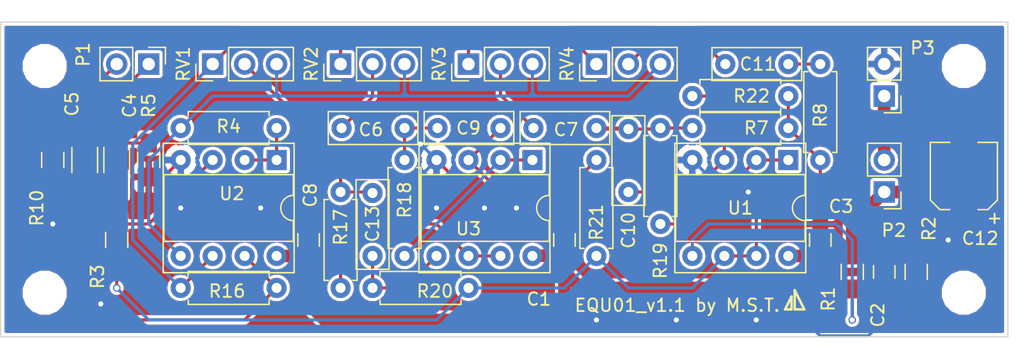
<source format=kicad_pcb>
(kicad_pcb (version 4) (host pcbnew 4.0.1-stable)
  (layers (0 F.Cu signal) (31 B.Cu signal) (34 B.Paste user) (35 F.Paste user) (36 B.SilkS user) (37 F.SilkS user) (38 B.Mask user) (39 F.Mask user) (44 Edge.Cuts user))
  (net 0 "")
  (net 1 VCC)
  (net 2 GND)
  (net 3 "Net-(C2-Pad2)")
  (net 4 "Net-(C4-Pad1)")
  (net 5 signal_input)
  (net 6 signal_output)
  (net 7 "Net-(C5-Pad2)")
  (net 8 "Net-(C6-Pad1)")
  (net 9 "Net-(C6-Pad2)")
  (net 10 "Net-(C10-Pad2)")
  (net 11 "Net-(C7-Pad2)")
  (net 12 "Net-(C9-Pad1)")
  (net 13 "Net-(C10-Pad1)")
  (net 14 "Net-(C11-Pad1)")
  (net 15 "Net-(C11-Pad2)")
  (net 16 "Net-(C13-Pad1)")
  (net 17 "Net-(C13-Pad2)")
  (net 18 V_bias)
  (net 19 "Net-(R4-Pad1)")
  (net 20 "Net-(R4-Pad2)")
  (net 21 "Net-(R17-Pad1)")
  (net 22 "Net-(R18-Pad1)")
  (net 23 "Net-(R19-Pad1)")
  (net 24 "Net-(R16-Pad2)")
  (net 25 "Net-(P2-Pad2)")
  (module Mounting_Holes:MountingHole_3mm (layer F.Cu) (at 176.5 53.5)
    (fp_text reference "" (at -0.097 -4.605) (layer F.SilkS))
    (fp_text value MountingHole_3mm)
    (pad 1 np_thru_hole circle (at 0 0) (size 3 3) (drill 3) (layers *.Cu *.Mask))
  )
  (module Mounting_Holes:MountingHole_3mm (layer F.Cu) (at 176.5 71.5)
    (fp_text reference "" (at 1.3 4.7) (layer F.SilkS))
    (fp_text value MountingHole_3mm)
    (pad 1 np_thru_hole circle (at 0 0) (size 3 3) (drill 3) (layers *.Cu *.Mask))
  )
  (module Mounting_Holes:MountingHole_3mm (layer F.Cu) (at 103.5 71.5)
    (fp_text reference "" (at -1.138 5.081) (layer F.SilkS))
    (fp_text value MountingHole_3mm)
    (pad 1 np_thru_hole circle (at 0 0) (size 3 3) (drill 3) (layers *.Cu *.Mask))
  )
  (module Resistors_SMD:R_0805_HandSoldering (layer F.Cu) (at 109.22 67.31 90)
    (fp_text reference R3 (at -2.921 -1.524 90) (layer F.SilkS))
    (fp_text value 100k)
    (pad 1 smd rect (at -1.35 0 90) (size 1.5 1.3) (layers F.Cu F.Paste F.Mask) (net 18 V_bias))
    (pad 2 smd rect (at 1.35 0 90) (size 1.5 1.3) (layers F.Cu F.Paste F.Mask) (net 4 "Net-(C4-Pad1)"))
  )
  (module Capacitors_SMD:C_0805_HandSoldering (layer F.Cu) (at 144.78 67.31 90)
    (fp_text reference C1 (at -4.699 -2.032 180) (layer F.SilkS))
    (fp_text value 0.1u)
    (pad 1 smd rect (at -1.25 0 90) (size 1.5 1.25) (layers F.Cu F.Paste F.Mask) (net 1 VCC))
    (pad 2 smd rect (at 1.25 0 90) (size 1.5 1.25) (layers F.Cu F.Paste F.Mask) (net 2 GND))
  )
  (module Capacitors_SMD:C_0805_HandSoldering (layer F.Cu) (at 170.18 69.85 270)
    (fp_text reference C2 (at 3.429 0.508 270) (layer F.SilkS))
    (fp_text value 0.1u)
    (pad 1 smd rect (at -1.25 0 270) (size 1.5 1.25) (layers F.Cu F.Paste F.Mask) (net 2 GND))
    (pad 2 smd rect (at 1.25 0 270) (size 1.5 1.25) (layers F.Cu F.Paste F.Mask) (net 3 "Net-(C2-Pad2)"))
  )
  (module Capacitors_SMD:C_0805_HandSoldering (layer F.Cu) (at 165.1 67.31 90)
    (fp_text reference C3 (at 2.667 1.651 360) (layer F.SilkS))
    (fp_text value 0.1u)
    (pad 1 smd rect (at -1.25 0 90) (size 1.5 1.25) (layers F.Cu F.Paste F.Mask) (net 1 VCC))
    (pad 2 smd rect (at 1.25 0 90) (size 1.5 1.25) (layers F.Cu F.Paste F.Mask) (net 2 GND))
  )
  (module Capacitors_SMD:C_1206_HandSoldering (layer F.Cu) (at 109.22 60.96 90)
    (fp_text reference C4 (at 4.318 1.016 90) (layer F.SilkS))
    (fp_text value 1u)
    (pad 1 smd rect (at -2 0 90) (size 2 1.6) (layers F.Cu F.Paste F.Mask) (net 4 "Net-(C4-Pad1)"))
    (pad 2 smd rect (at 2 0 90) (size 2 1.6) (layers F.Cu F.Paste F.Mask) (net 5 signal_input))
  )
  (module Capacitors_SMD:C_1206_HandSoldering (layer F.Cu) (at 106.68 60.96 270)
    (fp_text reference C5 (at -4.445 1.016 270) (layer F.SilkS))
    (fp_text value 1u)
    (pad 1 smd rect (at -2 0 270) (size 2 1.6) (layers F.Cu F.Paste F.Mask) (net 6 signal_output))
    (pad 2 smd rect (at 2 0 270) (size 2 1.6) (layers F.Cu F.Paste F.Mask) (net 7 "Net-(C5-Pad2)"))
  )
  (module Capacitors_ThroughHole:C_Rect_L7.0mm_W2.5mm_P5.00mm (layer F.Cu) (at 132.08 58.42 180)
    (fp_text reference C6 (at 2.667 -0.127 180) (layer F.SilkS))
    (fp_text value 22n)
    (pad 1 thru_hole circle (at 0 0 180) (size 1.6 1.6) (drill 0.8) (layers *.Cu *.Mask) (net 8 "Net-(C6-Pad1)"))
    (pad 2 thru_hole circle (at 5 0 180) (size 1.6 1.6) (drill 0.8) (layers *.Cu *.Mask) (net 9 "Net-(C6-Pad2)"))
  )
  (module Capacitors_ThroughHole:C_Rect_L7.0mm_W2.5mm_P5.00mm (layer F.Cu) (at 147.32 58.42 180)
    (fp_text reference C7 (at 2.413 -0.127 180) (layer F.SilkS))
    (fp_text value 10n)
    (pad 1 thru_hole circle (at 0 0 180) (size 1.6 1.6) (drill 0.8) (layers *.Cu *.Mask) (net 10 "Net-(C10-Pad2)"))
    (pad 2 thru_hole circle (at 5 0 180) (size 1.6 1.6) (drill 0.8) (layers *.Cu *.Mask) (net 11 "Net-(C7-Pad2)"))
  )
  (module Capacitors_SMD:C_0805_HandSoldering (layer F.Cu) (at 124.46 67.31 90)
    (fp_text reference C8 (at 3.556 0.127 90) (layer F.SilkS))
    (fp_text value 0.1u)
    (pad 1 smd rect (at -1.25 0 90) (size 1.5 1.25) (layers F.Cu F.Paste F.Mask) (net 1 VCC))
    (pad 2 smd rect (at 1.25 0 90) (size 1.5 1.25) (layers F.Cu F.Paste F.Mask) (net 2 GND))
  )
  (module Capacitors_ThroughHole:C_Rect_L7.0mm_W2.5mm_P5.00mm (layer F.Cu) (at 139.7 58.42 180)
    (fp_text reference C9 (at 2.54 0 180) (layer F.SilkS))
    (fp_text value 33n)
    (pad 1 thru_hole circle (at 0 0 180) (size 1.6 1.6) (drill 0.8) (layers *.Cu *.Mask) (net 12 "Net-(C9-Pad1)"))
    (pad 2 thru_hole circle (at 5 0 180) (size 1.6 1.6) (drill 0.8) (layers *.Cu *.Mask) (net 8 "Net-(C6-Pad1)"))
  )
  (module Capacitors_ThroughHole:C_Rect_L7.0mm_W2.5mm_P5.00mm (layer F.Cu) (at 149.86 63.5 90)
    (fp_text reference C10 (at -3.048 0 90) (layer F.SilkS))
    (fp_text value 2.2n)
    (pad 1 thru_hole circle (at 0 0 90) (size 1.6 1.6) (drill 0.8) (layers *.Cu *.Mask) (net 13 "Net-(C10-Pad1)"))
    (pad 2 thru_hole circle (at 5 0 90) (size 1.6 1.6) (drill 0.8) (layers *.Cu *.Mask) (net 10 "Net-(C10-Pad2)"))
  )
  (module Capacitors_ThroughHole:C_Rect_L7.0mm_W2.5mm_P5.00mm (layer F.Cu) (at 162.56 53.34 180)
    (fp_text reference C11 (at 2.413 0 180) (layer F.SilkS))
    (fp_text value NC)
    (pad 1 thru_hole circle (at 0 0 180) (size 1.6 1.6) (drill 0.8) (layers *.Cu *.Mask) (net 14 "Net-(C11-Pad1)"))
    (pad 2 thru_hole circle (at 5 0 180) (size 1.6 1.6) (drill 0.8) (layers *.Cu *.Mask) (net 15 "Net-(C11-Pad2)"))
  )
  (module Capacitors_ThroughHole:C_Rect_L7.0mm_W2.5mm_P5.00mm (layer F.Cu) (at 129.54 68.58 90)
    (fp_text reference C13 (at 2.54 0 90) (layer F.SilkS))
    (fp_text value 22n)
    (pad 1 thru_hole circle (at 0 0 90) (size 1.6 1.6) (drill 0.8) (layers *.Cu *.Mask) (net 16 "Net-(C13-Pad1)"))
    (pad 2 thru_hole circle (at 5 0 90) (size 1.6 1.6) (drill 0.8) (layers *.Cu *.Mask) (net 17 "Net-(C13-Pad2)"))
  )
  (module Resistors_SMD:R_0805_HandSoldering (layer F.Cu) (at 167.64 69.85 270)
    (fp_text reference R1 (at 2.159 1.905 270) (layer F.SilkS))
    (fp_text value 47k)
    (pad 1 smd rect (at -1.35 0 270) (size 1.5 1.3) (layers F.Cu F.Paste F.Mask) (net 1 VCC))
    (pad 2 smd rect (at 1.35 0 270) (size 1.5 1.3) (layers F.Cu F.Paste F.Mask) (net 3 "Net-(C2-Pad2)"))
  )
  (module Resistors_SMD:R_0805_HandSoldering (layer F.Cu) (at 172.72 69.85 90)
    (fp_text reference R2 (at 3.429 1.016 90) (layer F.SilkS))
    (fp_text value 47k)
    (pad 1 smd rect (at -1.35 0 90) (size 1.5 1.3) (layers F.Cu F.Paste F.Mask) (net 3 "Net-(C2-Pad2)"))
    (pad 2 smd rect (at 1.35 0 90) (size 1.5 1.3) (layers F.Cu F.Paste F.Mask) (net 2 GND))
  )
  (module Resistors_ThroughHole:R_Axial_DIN0207_L6.3mm_D2.5mm_P7.62mm_Horizontal (layer F.Cu) (at 114.3 58.42)
    (fp_text reference R4 (at 3.81 -0.127) (layer F.SilkS))
    (fp_text value 10k)
    (pad 1 thru_hole circle (at 0 0) (size 1.6 1.6) (drill 0.8) (layers *.Cu *.Mask) (net 19 "Net-(R4-Pad1)"))
    (pad 2 thru_hole oval (at 7.62 0) (size 1.6 1.6) (drill 0.8) (layers *.Cu *.Mask) (net 20 "Net-(R4-Pad2)"))
  )
  (module Resistors_SMD:R_0805_HandSoldering (layer F.Cu) (at 111.76 60.96 270)
    (fp_text reference R5 (at -4.318 0 270) (layer F.SilkS))
    (fp_text value 1M)
    (pad 1 smd rect (at -1.35 0 270) (size 1.5 1.3) (layers F.Cu F.Paste F.Mask) (net 5 signal_input))
    (pad 2 smd rect (at 1.35 0 270) (size 1.5 1.3) (layers F.Cu F.Paste F.Mask) (net 2 GND))
  )
  (module Resistors_ThroughHole:R_Axial_DIN0207_L6.3mm_D2.5mm_P7.62mm_Horizontal (layer F.Cu) (at 154.94 58.42)
    (fp_text reference R7 (at 5.08 0) (layer F.SilkS))
    (fp_text value 100k)
    (pad 1 thru_hole circle (at 0 0) (size 1.6 1.6) (drill 0.8) (layers *.Cu *.Mask) (net 10 "Net-(C10-Pad2)"))
    (pad 2 thru_hole oval (at 7.62 0) (size 1.6 1.6) (drill 0.8) (layers *.Cu *.Mask) (net 18 V_bias))
  )
  (module Resistors_ThroughHole:R_Axial_DIN0207_L6.3mm_D2.5mm_P7.62mm_Horizontal (layer F.Cu) (at 165.1 53.34 270)
    (fp_text reference R8 (at 4.064 0 270) (layer F.SilkS))
    (fp_text value NC)
    (pad 1 thru_hole circle (at 0 0 270) (size 1.6 1.6) (drill 0.8) (layers *.Cu *.Mask) (net 14 "Net-(C11-Pad1)"))
    (pad 2 thru_hole oval (at 7.62 0 270) (size 1.6 1.6) (drill 0.8) (layers *.Cu *.Mask) (net 18 V_bias))
  )
  (module Resistors_SMD:R_0805_HandSoldering (layer F.Cu) (at 104.14 60.96 270)
    (fp_text reference R10 (at 3.81 1.27 270) (layer F.SilkS))
    (fp_text value 1M)
    (pad 1 smd rect (at -1.35 0 270) (size 1.5 1.3) (layers F.Cu F.Paste F.Mask) (net 6 signal_output))
    (pad 2 smd rect (at 1.35 0 270) (size 1.5 1.3) (layers F.Cu F.Paste F.Mask) (net 2 GND))
  )
  (module Resistors_ThroughHole:R_Axial_DIN0207_L6.3mm_D2.5mm_P7.62mm_Horizontal (layer F.Cu) (at 121.92 71.12 180)
    (fp_text reference R16 (at 3.937 -0.254 180) (layer F.SilkS))
    (fp_text value 10k)
    (pad 1 thru_hole circle (at 0 0 180) (size 1.6 1.6) (drill 0.8) (layers *.Cu *.Mask) (net 7 "Net-(C5-Pad2)"))
    (pad 2 thru_hole oval (at 7.62 0 180) (size 1.6 1.6) (drill 0.8) (layers *.Cu *.Mask) (net 24 "Net-(R16-Pad2)"))
  )
  (module Resistors_ThroughHole:R_Axial_DIN0207_L6.3mm_D2.5mm_P7.62mm_Horizontal (layer F.Cu) (at 127 71.12 90)
    (fp_text reference R17 (at 4.826 0 90) (layer F.SilkS))
    (fp_text value 1k)
    (pad 1 thru_hole circle (at 0 0 90) (size 1.6 1.6) (drill 0.8) (layers *.Cu *.Mask) (net 21 "Net-(R17-Pad1)"))
    (pad 2 thru_hole oval (at 7.62 0 90) (size 1.6 1.6) (drill 0.8) (layers *.Cu *.Mask) (net 17 "Net-(C13-Pad2)"))
  )
  (module Resistors_ThroughHole:R_Axial_DIN0207_L6.3mm_D2.5mm_P7.62mm_Horizontal (layer F.Cu) (at 132.08 68.58 90)
    (fp_text reference R18 (at 4.445 0 90) (layer F.SilkS))
    (fp_text value 470)
    (pad 1 thru_hole circle (at 0 0 90) (size 1.6 1.6) (drill 0.8) (layers *.Cu *.Mask) (net 22 "Net-(R18-Pad1)"))
    (pad 2 thru_hole oval (at 7.62 0 90) (size 1.6 1.6) (drill 0.8) (layers *.Cu *.Mask) (net 8 "Net-(C6-Pad1)"))
  )
  (module Resistors_ThroughHole:R_Axial_DIN0207_L6.3mm_D2.5mm_P7.62mm_Horizontal (layer F.Cu) (at 152.4 66.04 90)
    (fp_text reference R19 (at -2.921 0 90) (layer F.SilkS))
    (fp_text value 1k)
    (pad 1 thru_hole circle (at 0 0 90) (size 1.6 1.6) (drill 0.8) (layers *.Cu *.Mask) (net 23 "Net-(R19-Pad1)"))
    (pad 2 thru_hole oval (at 7.62 0 90) (size 1.6 1.6) (drill 0.8) (layers *.Cu *.Mask) (net 10 "Net-(C10-Pad2)"))
  )
  (module Resistors_ThroughHole:R_Axial_DIN0207_L6.3mm_D2.5mm_P7.62mm_Horizontal (layer F.Cu) (at 129.54 71.12)
    (fp_text reference R20 (at 4.953 0.254) (layer F.SilkS))
    (fp_text value 200k)
    (pad 1 thru_hole circle (at 0 0) (size 1.6 1.6) (drill 0.8) (layers *.Cu *.Mask) (net 16 "Net-(C13-Pad1)"))
    (pad 2 thru_hole oval (at 7.62 0) (size 1.6 1.6) (drill 0.8) (layers *.Cu *.Mask) (net 18 V_bias))
  )
  (module Resistors_ThroughHole:R_Axial_DIN0207_L6.3mm_D2.5mm_P7.62mm_Horizontal (layer F.Cu) (at 147.32 60.96 270)
    (fp_text reference R21 (at 4.953 0 270) (layer F.SilkS))
    (fp_text value 200k)
    (pad 1 thru_hole circle (at 0 0 270) (size 1.6 1.6) (drill 0.8) (layers *.Cu *.Mask) (net 12 "Net-(C9-Pad1)"))
    (pad 2 thru_hole oval (at 7.62 0 270) (size 1.6 1.6) (drill 0.8) (layers *.Cu *.Mask) (net 18 V_bias))
  )
  (module Resistors_ThroughHole:R_Axial_DIN0207_L6.3mm_D2.5mm_P7.62mm_Horizontal (layer F.Cu) (at 154.94 55.88)
    (fp_text reference R22 (at 4.699 0) (layer F.SilkS))
    (fp_text value 10k)
    (pad 1 thru_hole circle (at 0 0) (size 1.6 1.6) (drill 0.8) (layers *.Cu *.Mask) (net 13 "Net-(C10-Pad1)"))
    (pad 2 thru_hole oval (at 7.62 0) (size 1.6 1.6) (drill 0.8) (layers *.Cu *.Mask) (net 18 V_bias))
  )
  (module Housings_DIP:DIP-8_W7.62mm_Socket (layer F.Cu) (at 162.56 60.96 270)
    (fp_text reference U1 (at 3.81 3.81 360) (layer F.SilkS))
    (fp_text value TL072)
    (pad 1 thru_hole rect (at 0 0 270) (size 1.6 1.6) (drill 0.8) (layers *.Cu *.Mask) (net 23 "Net-(R19-Pad1)"))
    (pad 5 thru_hole oval (at 7.62 7.62 270) (size 1.6 1.6) (drill 0.8) (layers *.Cu *.Mask) (net 3 "Net-(C2-Pad2)"))
    (pad 2 thru_hole oval (at 0 2.54 270) (size 1.6 1.6) (drill 0.8) (layers *.Cu *.Mask) (net 23 "Net-(R19-Pad1)"))
    (pad 6 thru_hole oval (at 7.62 5.08 270) (size 1.6 1.6) (drill 0.8) (layers *.Cu *.Mask) (net 18 V_bias))
    (pad 3 thru_hole oval (at 0 5.08 270) (size 1.6 1.6) (drill 0.8) (layers *.Cu *.Mask) (net 13 "Net-(C10-Pad1)"))
    (pad 7 thru_hole oval (at 7.62 2.54 270) (size 1.6 1.6) (drill 0.8) (layers *.Cu *.Mask) (net 18 V_bias))
    (pad 4 thru_hole oval (at 0 7.62 270) (size 1.6 1.6) (drill 0.8) (layers *.Cu *.Mask) (net 2 GND))
    (pad 8 thru_hole oval (at 7.62 0 270) (size 1.6 1.6) (drill 0.8) (layers *.Cu *.Mask) (net 1 VCC))
  )
  (module Housings_DIP:DIP-8_W7.62mm_Socket (layer F.Cu) (at 121.92 60.96 270)
    (fp_text reference U2 (at 2.667 3.556 360) (layer F.SilkS))
    (fp_text value TL072)
    (pad 1 thru_hole rect (at 0 0 270) (size 1.6 1.6) (drill 0.8) (layers *.Cu *.Mask) (net 20 "Net-(R4-Pad2)"))
    (pad 5 thru_hole oval (at 7.62 7.62 270) (size 1.6 1.6) (drill 0.8) (layers *.Cu *.Mask) (net 19 "Net-(R4-Pad1)"))
    (pad 2 thru_hole oval (at 0 2.54 270) (size 1.6 1.6) (drill 0.8) (layers *.Cu *.Mask) (net 20 "Net-(R4-Pad2)"))
    (pad 6 thru_hole oval (at 7.62 5.08 270) (size 1.6 1.6) (drill 0.8) (layers *.Cu *.Mask) (net 24 "Net-(R16-Pad2)"))
    (pad 3 thru_hole oval (at 0 5.08 270) (size 1.6 1.6) (drill 0.8) (layers *.Cu *.Mask) (net 4 "Net-(C4-Pad1)"))
    (pad 7 thru_hole oval (at 7.62 2.54 270) (size 1.6 1.6) (drill 0.8) (layers *.Cu *.Mask) (net 7 "Net-(C5-Pad2)"))
    (pad 4 thru_hole oval (at 0 7.62 270) (size 1.6 1.6) (drill 0.8) (layers *.Cu *.Mask) (net 2 GND))
    (pad 8 thru_hole oval (at 7.62 0 270) (size 1.6 1.6) (drill 0.8) (layers *.Cu *.Mask) (net 1 VCC))
  )
  (module Housings_DIP:DIP-8_W7.62mm_Socket (layer F.Cu) (at 142.24 60.96 270)
    (fp_text reference U3 (at 5.461 5.08 360) (layer F.SilkS))
    (fp_text value TL072)
    (pad 1 thru_hole rect (at 0 0 270) (size 1.6 1.6) (drill 0.8) (layers *.Cu *.Mask) (net 22 "Net-(R18-Pad1)"))
    (pad 5 thru_hole oval (at 7.62 7.62 270) (size 1.6 1.6) (drill 0.8) (layers *.Cu *.Mask) (net 16 "Net-(C13-Pad1)"))
    (pad 2 thru_hole oval (at 0 2.54 270) (size 1.6 1.6) (drill 0.8) (layers *.Cu *.Mask) (net 22 "Net-(R18-Pad1)"))
    (pad 6 thru_hole oval (at 7.62 5.08 270) (size 1.6 1.6) (drill 0.8) (layers *.Cu *.Mask) (net 21 "Net-(R17-Pad1)"))
    (pad 3 thru_hole oval (at 0 5.08 270) (size 1.6 1.6) (drill 0.8) (layers *.Cu *.Mask) (net 12 "Net-(C9-Pad1)"))
    (pad 7 thru_hole oval (at 7.62 2.54 270) (size 1.6 1.6) (drill 0.8) (layers *.Cu *.Mask) (net 21 "Net-(R17-Pad1)"))
    (pad 4 thru_hole oval (at 0 7.62 270) (size 1.6 1.6) (drill 0.8) (layers *.Cu *.Mask) (net 2 GND))
    (pad 8 thru_hole oval (at 7.62 0 270) (size 1.6 1.6) (drill 0.8) (layers *.Cu *.Mask) (net 1 VCC))
  )
  (module Pin_Headers:Pin_Header_Straight_1x02_Pitch2.54mm (layer F.Cu) (at 111.76 53.34 270)
    (fp_text reference P1 (at -0.762 5.207 270) (layer F.SilkS))
    (fp_text value CONN_01X02)
    (pad 1 thru_hole rect (at 0 0 270) (size 1.7 1.7) (drill 1) (layers *.Cu *.Mask) (net 5 signal_input))
    (pad 2 thru_hole oval (at 0 2.54 270) (size 1.7 1.7) (drill 1) (layers *.Cu *.Mask) (net 6 signal_output))
  )
  (module Pin_Headers:Pin_Header_Straight_1x02_Pitch2.54mm (layer F.Cu) (at 170.18 63.5 180)
    (fp_text reference P2 (at -0.762 -3.048 180) (layer F.SilkS))
    (fp_text value CONN_01X02)
    (pad 1 thru_hole rect (at 0 0 180) (size 1.7 1.7) (drill 1) (layers *.Cu *.Mask) (net 1 VCC))
    (pad 2 thru_hole oval (at 0 2.54 180) (size 1.7 1.7) (drill 1) (layers *.Cu *.Mask) (net 25 "Net-(P2-Pad2)"))
  )
  (module Pin_Headers:Pin_Header_Straight_1x02_Pitch2.54mm (layer F.Cu) (at 170.18 55.88 180)
    (fp_text reference P3 (at -3.048 3.81 180) (layer F.SilkS))
    (fp_text value CONN_01X02)
    (pad 1 thru_hole rect (at 0 0 180) (size 1.7 1.7) (drill 1) (layers *.Cu *.Mask) (net 25 "Net-(P2-Pad2)"))
    (pad 2 thru_hole oval (at 0 2.54 180) (size 1.7 1.7) (drill 1) (layers *.Cu *.Mask) (net 2 GND))
  )
  (module Pin_Headers:Pin_Header_Straight_1x03_Pitch2.54mm (layer F.Cu) (at 116.84 53.34 90)
    (fp_text reference RV1 (at 0 -2.33 90) (layer F.SilkS))
    (fp_text value 50k)
    (pad 1 thru_hole rect (at 0 0 90) (size 1.7 1.7) (drill 1) (layers *.Cu *.Mask) (net 24 "Net-(R16-Pad2)"))
    (pad 2 thru_hole oval (at 0 2.54 90) (size 1.7 1.7) (drill 1) (layers *.Cu *.Mask) (net 17 "Net-(C13-Pad2)"))
    (pad 3 thru_hole oval (at 0 5.08 90) (size 1.7 1.7) (drill 1) (layers *.Cu *.Mask) (net 19 "Net-(R4-Pad1)"))
  )
  (module Pin_Headers:Pin_Header_Straight_1x03_Pitch2.54mm (layer F.Cu) (at 127 53.34 90)
    (fp_text reference RV2 (at 0 -2.33 90) (layer F.SilkS))
    (fp_text value 50k)
    (pad 1 thru_hole rect (at 0 0 90) (size 1.7 1.7) (drill 1) (layers *.Cu *.Mask) (net 24 "Net-(R16-Pad2)"))
    (pad 2 thru_hole oval (at 0 2.54 90) (size 1.7 1.7) (drill 1) (layers *.Cu *.Mask) (net 9 "Net-(C6-Pad2)"))
    (pad 3 thru_hole oval (at 0 5.08 90) (size 1.7 1.7) (drill 1) (layers *.Cu *.Mask) (net 19 "Net-(R4-Pad1)"))
  )
  (module Pin_Headers:Pin_Header_Straight_1x03_Pitch2.54mm (layer F.Cu) (at 137.16 53.34 90)
    (fp_text reference RV3 (at 0 -2.33 90) (layer F.SilkS))
    (fp_text value 250k)
    (pad 1 thru_hole rect (at 0 0 90) (size 1.7 1.7) (drill 1) (layers *.Cu *.Mask) (net 24 "Net-(R16-Pad2)"))
    (pad 2 thru_hole oval (at 0 2.54 90) (size 1.7 1.7) (drill 1) (layers *.Cu *.Mask) (net 11 "Net-(C7-Pad2)"))
    (pad 3 thru_hole oval (at 0 5.08 90) (size 1.7 1.7) (drill 1) (layers *.Cu *.Mask) (net 19 "Net-(R4-Pad1)"))
  )
  (module Pin_Headers:Pin_Header_Straight_1x03_Pitch2.54mm (layer F.Cu) (at 147.32 53.34 90)
    (fp_text reference RV4 (at 0 -2.33 90) (layer F.SilkS))
    (fp_text value NC)
    (pad 1 thru_hole rect (at 0 0 90) (size 1.7 1.7) (drill 1) (layers *.Cu *.Mask) (net 24 "Net-(R16-Pad2)"))
    (pad 2 thru_hole oval (at 0 2.54 90) (size 1.7 1.7) (drill 1) (layers *.Cu *.Mask) (net 15 "Net-(C11-Pad2)"))
    (pad 3 thru_hole oval (at 0 5.08 90) (size 1.7 1.7) (drill 1) (layers *.Cu *.Mask) (net 19 "Net-(R4-Pad1)"))
  )
  (module Mounting_Holes:MountingHole_3mm (layer F.Cu) (at 103.5 53.5)
    (fp_text reference "" (at -0.376 -4.986) (layer F.SilkS))
    (fp_text value MountingHole_3mm)
    (pad 1 np_thru_hole circle (at 0 0) (size 3 3) (drill 3) (layers *.Cu *.Mask))
  )
  (module Capacitors_SMD:CP_Elec_5x5.3 (layer F.Cu) (at 176.53 62.23 90)
    (fp_text reference C12 (at -4.953 1.27 180) (layer F.SilkS))
    (fp_text value 10u)
    (fp_text user + (at -3.38 2.34 90) (layer F.SilkS))
    (pad 1 smd rect (at -2.2 0 270) (size 3 1.6) (layers F.Cu F.Paste F.Mask) (net 1 VCC))
    (pad 2 smd rect (at 2.2 0 270) (size 3 1.6) (layers F.Cu F.Paste F.Mask) (net 2 GND))
  )
  (gr_line (start 162.306 72.8218) (end 162.814 72.8218) (angle 90) (layer F.SilkS) (width 0.2))
  (gr_line (start 162.814 71.8058) (end 162.306 72.8218) (angle 90) (layer F.SilkS) (width 0.2))
  (gr_line (start 162.814 72.8218) (end 162.814 71.8058) (angle 90) (layer F.SilkS) (width 0.2))
  (gr_line (start 163.83 72.8218) (end 163.068 71.2978) (angle 90) (layer F.SilkS) (width 0.2))
  (gr_line (start 163.068 72.8218) (end 163.83 72.8218) (angle 90) (layer F.SilkS) (width 0.2))
  (gr_line (start 163.068 71.2978) (end 163.068 72.8218) (angle 90) (layer F.SilkS) (width 0.2))
  (gr_text "EQU01_v1.1 by M.S.T." (at 145.5 72.5) (layer F.SilkS) (effects (font (size 1 1)) (justify left)))
  (gr_line (start 100 75) (end 100 50) (angle 90) (layer Edge.Cuts) (width 0.1))
  (gr_line (start 180 75) (end 100 75) (angle 90) (layer Edge.Cuts) (width 0.1))
  (gr_line (start 180 50) (end 180 75) (angle 90) (layer Edge.Cuts) (width 0.1))
  (gr_line (start 100 50) (end 180 50) (angle 90) (layer Edge.Cuts) (width 0.1))
  (segment (start 172.72 63.5) (end 175.6 63.5) (width 1) (layer F.Cu) (net 1))
  (segment (start 175.6 63.5) (end 176.53 64.43) (width 1) (layer F.Cu) (net 1))
  (segment (start 170.18 63.5) (end 172.72 63.5) (width 1) (layer F.Cu) (net 1))
  (segment (start 172.72 63.5) (end 174.33 63.5) (width 1) (layer F.Cu) (net 1))
  (segment (start 167.64 68.5) (end 165.16 68.5) (width 1) (layer F.Cu) (net 1))
  (segment (start 165.16 68.5) (end 165.1 68.56) (width 1) (layer F.Cu) (net 1))
  (segment (start 170.18 63.5) (end 167.64 66.04) (width 1) (layer F.Cu) (net 1))
  (segment (start 167.64 66.04) (end 167.64 68.5) (width 1) (layer F.Cu) (net 1))
  (segment (start 146.05 71.12) (end 144.78 72.39) (width 1) (layer F.Cu) (net 1))
  (segment (start 144.78 69.85) (end 144.78 72.39) (width 1) (layer F.Cu) (net 1))
  (segment (start 124.46 72.39) (end 124.46 68.56) (width 1) (layer F.Cu) (net 1))
  (segment (start 144.78 72.39) (end 143.51 73.66) (width 1) (layer F.Cu) (net 1))
  (segment (start 143.51 73.66) (end 125.73 73.66) (width 1) (layer F.Cu) (net 1))
  (segment (start 125.73 73.66) (end 124.46 72.39) (width 1) (layer F.Cu) (net 1))
  (segment (start 124.46 68.56) (end 124.44 68.58) (width 1) (layer F.Cu) (net 1))
  (segment (start 124.44 68.58) (end 121.92 68.58) (width 1) (layer F.Cu) (net 1))
  (segment (start 144.78 68.56) (end 142.26 68.56) (width 1) (layer F.Cu) (net 1))
  (segment (start 142.26 68.56) (end 142.24 68.58) (width 1) (layer F.Cu) (net 1))
  (segment (start 165.1 68.56) (end 165.1 69.85) (width 1) (layer F.Cu) (net 1))
  (segment (start 144.78 69.85) (end 144.78 68.56) (width 1) (layer F.Cu) (net 1))
  (segment (start 146.05 71.12) (end 144.78 69.85) (width 1) (layer F.Cu) (net 1))
  (segment (start 163.83 71.12) (end 146.05 71.12) (width 1) (layer F.Cu) (net 1))
  (segment (start 165.1 69.85) (end 163.83 71.12) (width 1) (layer F.Cu) (net 1))
  (segment (start 165.12 68.58) (end 162.56 68.58) (width 1) (layer F.Cu) (net 1))
  (segment (start 170.18 53.34) (end 171.34 53.34) (width 0.25) (layer F.Cu) (net 2))
  (segment (start 172 55) (end 176.53 59.53) (width 0.25) (layer F.Cu) (net 2))
  (segment (start 172 54) (end 172 55) (width 0.25) (layer F.Cu) (net 2))
  (segment (start 171.34 53.34) (end 172 54) (width 0.25) (layer F.Cu) (net 2))
  (segment (start 176.53 59.53) (end 176.53 60.03) (width 0.25) (layer F.Cu) (net 2))
  (segment (start 172.72 68.5) (end 173.91 68.5) (width 0.25) (layer F.Cu) (net 2))
  (segment (start 177.8 67.31) (end 179.07 68.58) (width 0.25) (layer B.Cu) (net 2))
  (segment (start 179.07 68.58) (end 179.07 72.39) (width 0.25) (layer B.Cu) (net 2))
  (via (at 147.32 73.66) (size 0.6) (drill 0.4) (layers F.Cu B.Cu) (net 2))
  (segment (start 153.67 73.66) (end 147.32 73.66) (width 0.25) (layer B.Cu) (net 2))
  (via (at 153.67 73.66) (size 0.6) (drill 0.4) (layers F.Cu B.Cu) (net 2))
  (segment (start 160.02 73.66) (end 153.67 73.66) (width 0.25) (layer F.Cu) (net 2))
  (via (at 160.02 73.66) (size 0.6) (drill 0.4) (layers F.Cu B.Cu) (net 2))
  (segment (start 163.83 73.66) (end 160.02 73.66) (width 0.25) (layer B.Cu) (net 2))
  (segment (start 165.1 74.93) (end 163.83 73.66) (width 0.25) (layer B.Cu) (net 2))
  (segment (start 168.91 74.93) (end 165.1 74.93) (width 0.25) (layer B.Cu) (net 2))
  (segment (start 170.18 73.66) (end 168.91 74.93) (width 0.25) (layer B.Cu) (net 2))
  (segment (start 177.8 73.66) (end 170.18 73.66) (width 0.25) (layer B.Cu) (net 2))
  (segment (start 179.07 72.39) (end 177.8 73.66) (width 0.25) (layer B.Cu) (net 2))
  (via (at 175.26 67.31) (size 0.6) (drill 0.4) (layers F.Cu B.Cu) (net 2))
  (segment (start 175.26 67.31) (end 177.8 67.31) (width 0.25) (layer B.Cu) (net 2))
  (segment (start 175.1 67.31) (end 175.26 67.31) (width 0.25) (layer F.Cu) (net 2))
  (segment (start 173.91 68.5) (end 175.1 67.31) (width 0.25) (layer F.Cu) (net 2))
  (segment (start 114.554 63.5) (end 114.3 63.754) (width 0.25) (layer B.Cu) (net 2))
  (segment (start 114.554 63.5) (end 114.3 63.246) (width 0.25) (layer B.Cu) (net 2))
  (segment (start 134.62 60.96) (end 133.35 59.69) (width 0.25) (layer B.Cu) (net 2))
  (via (at 133.35 59.69) (size 0.6) (drill 0.4) (layers F.Cu B.Cu) (net 2))
  (via (at 159.385 63.5) (size 0.6) (drill 0.4) (layers F.Cu B.Cu) (net 2))
  (segment (start 135.89 62.23) (end 134.62 63.5) (width 0.25) (layer F.Cu) (net 2))
  (via (at 134.62 64.77) (size 0.6) (drill 0.4) (layers F.Cu B.Cu) (net 2))
  (segment (start 134.62 63.5) (end 134.62 64.77) (width 0.25) (layer F.Cu) (net 2))
  (via (at 138.43 64.77) (size 0.6) (drill 0.4) (layers F.Cu B.Cu) (net 2))
  (segment (start 139.7 66.04) (end 140.97 64.77) (width 0.25) (layer F.Cu) (net 2))
  (via (at 140.97 64.77) (size 0.6) (drill 0.4) (layers F.Cu B.Cu) (net 2))
  (segment (start 114.3 64.77) (end 120.65 64.77) (width 0.25) (layer B.Cu) (net 2))
  (via (at 120.65 64.77) (size 0.6) (drill 0.4) (layers F.Cu B.Cu) (net 2))
  (segment (start 111.76 62.31) (end 112.95 62.31) (width 0.25) (layer F.Cu) (net 2))
  (segment (start 112.95 62.31) (end 114.3 60.96) (width 0.25) (layer F.Cu) (net 2))
  (segment (start 114.3 64.77) (end 111.76 67.31) (width 0.25) (layer F.Cu) (net 2))
  (segment (start 104.14 66.04) (end 104.14 62.31) (width 0.25) (layer F.Cu) (net 2))
  (via (at 104.14 66.04) (size 0.6) (drill 0.4) (layers F.Cu B.Cu) (net 2))
  (segment (start 104.14 68.58) (end 104.14 66.04) (width 0.25) (layer B.Cu) (net 2))
  (segment (start 107.95 72.39) (end 104.14 68.58) (width 0.25) (layer B.Cu) (net 2))
  (via (at 107.95 72.39) (size 0.6) (drill 0.4) (layers F.Cu B.Cu) (net 2))
  (segment (start 111.76 72.39) (end 107.95 72.39) (width 0.25) (layer F.Cu) (net 2))
  (segment (start 111.76 67.31) (end 111.76 72.39) (width 0.25) (layer F.Cu) (net 2))
  (segment (start 154.94 60.96) (end 157.48 63.5) (width 0.25) (layer B.Cu) (net 2))
  (segment (start 168.91 53.34) (end 170.18 53.34) (width 0.25) (layer B.Cu) (net 2))
  (segment (start 167.64 54.61) (end 168.91 53.34) (width 0.25) (layer B.Cu) (net 2))
  (segment (start 167.64 62.23) (end 167.64 54.61) (width 0.25) (layer B.Cu) (net 2))
  (segment (start 166.37 63.5) (end 167.64 62.23) (width 0.25) (layer B.Cu) (net 2))
  (segment (start 157.48 63.5) (end 159.385 63.5) (width 0.25) (layer B.Cu) (net 2))
  (segment (start 159.385 63.5) (end 166.37 63.5) (width 0.25) (layer B.Cu) (net 2))
  (segment (start 154.94 60.96) (end 149.86 60.96) (width 0.25) (layer F.Cu) (net 2))
  (segment (start 149.86 60.96) (end 144.78 66.04) (width 0.25) (layer F.Cu) (net 2))
  (segment (start 144.78 66.04) (end 144.78 66.06) (width 0.25) (layer F.Cu) (net 2))
  (segment (start 134.62 60.96) (end 135.89 62.23) (width 0.25) (layer F.Cu) (net 2))
  (segment (start 135.89 62.23) (end 138.43 64.77) (width 0.25) (layer F.Cu) (net 2))
  (segment (start 138.43 64.77) (end 139.7 66.04) (width 0.25) (layer F.Cu) (net 2))
  (segment (start 139.7 66.04) (end 144.76 66.04) (width 0.25) (layer F.Cu) (net 2))
  (segment (start 144.76 66.04) (end 144.78 66.06) (width 0.25) (layer F.Cu) (net 2))
  (segment (start 134.62 60.96) (end 133.35 62.23) (width 0.25) (layer B.Cu) (net 2))
  (segment (start 115.57 63.5) (end 114.554 63.5) (width 0.25) (layer B.Cu) (net 2))
  (segment (start 114.554 63.5) (end 114.3 63.5) (width 0.25) (layer B.Cu) (net 2))
  (segment (start 116.84 62.23) (end 115.57 63.5) (width 0.25) (layer B.Cu) (net 2))
  (segment (start 133.35 62.23) (end 116.84 62.23) (width 0.25) (layer B.Cu) (net 2))
  (segment (start 114.3 60.96) (end 114.3 63.246) (width 0.25) (layer B.Cu) (net 2))
  (segment (start 114.3 63.246) (end 114.3 63.5) (width 0.25) (layer B.Cu) (net 2))
  (segment (start 114.3 63.5) (end 114.3 63.754) (width 0.25) (layer B.Cu) (net 2))
  (segment (start 114.3 63.754) (end 114.3 64.77) (width 0.25) (layer B.Cu) (net 2))
  (segment (start 123.19 64.77) (end 124.46 66.04) (width 0.25) (layer F.Cu) (net 2))
  (segment (start 120.65 64.77) (end 123.19 64.77) (width 0.25) (layer F.Cu) (net 2))
  (via (at 114.3 64.77) (size 0.6) (drill 0.4) (layers F.Cu B.Cu) (net 2))
  (segment (start 124.46 66.04) (end 124.46 66.06) (width 0.25) (layer F.Cu) (net 2))
  (segment (start 172.72 68.5) (end 170.28 68.5) (width 0.25) (layer F.Cu) (net 2))
  (segment (start 170.28 68.5) (end 170.18 68.6) (width 0.25) (layer F.Cu) (net 2))
  (segment (start 170.18 53.34) (end 168.91 53.34) (width 0.25) (layer F.Cu) (net 2))
  (segment (start 168.91 53.34) (end 167.64 54.61) (width 0.25) (layer F.Cu) (net 2))
  (segment (start 167.64 54.61) (end 167.64 62.23) (width 0.25) (layer F.Cu) (net 2))
  (segment (start 167.64 62.23) (end 165.1 64.77) (width 0.25) (layer F.Cu) (net 2))
  (segment (start 165.1 64.77) (end 165.1 66.06) (width 0.25) (layer F.Cu) (net 2))
  (segment (start 114.28 60.98) (end 114.3 60.96) (width 0.25) (layer F.Cu) (net 2))
  (via (at 167.64 73.66) (size 0.6) (drill 0.4) (layers F.Cu B.Cu) (net 3))
  (segment (start 154.94 67.31) (end 154.94 68.58) (width 0.25) (layer B.Cu) (net 3))
  (segment (start 167.64 73.66) (end 167.64 67.31) (width 0.25) (layer B.Cu) (net 3))
  (segment (start 167.64 67.31) (end 166.37 66.04) (width 0.25) (layer B.Cu) (net 3))
  (segment (start 166.37 66.04) (end 156.21 66.04) (width 0.25) (layer B.Cu) (net 3))
  (segment (start 156.21 66.04) (end 154.94 67.31) (width 0.25) (layer B.Cu) (net 3))
  (segment (start 167.64 71.2) (end 167.64 73.66) (width 0.25) (layer F.Cu) (net 3))
  (segment (start 170.18 71.1) (end 167.74 71.1) (width 0.25) (layer F.Cu) (net 3))
  (segment (start 167.74 71.1) (end 167.64 71.2) (width 0.25) (layer F.Cu) (net 3))
  (segment (start 172.72 71.2) (end 170.28 71.2) (width 0.25) (layer F.Cu) (net 3))
  (segment (start 170.28 71.2) (end 170.18 71.1) (width 0.25) (layer F.Cu) (net 3))
  (segment (start 116.84 60.96) (end 111.76 66.04) (width 0.25) (layer F.Cu) (net 4))
  (segment (start 111.76 66.04) (end 109.3 66.04) (width 0.25) (layer F.Cu) (net 4))
  (segment (start 109.3 66.04) (end 109.22 65.96) (width 0.25) (layer F.Cu) (net 4))
  (segment (start 109.22 62.96) (end 109.22 65.96) (width 0.25) (layer F.Cu) (net 4))
  (segment (start 109.38 63.12) (end 109.22 62.96) (width 0.25) (layer F.Cu) (net 4))
  (segment (start 109.95 62.23) (end 109.22 62.96) (width 0.25) (layer F.Cu) (net 4))
  (segment (start 111.76 53.34) (end 109.22 55.88) (width 0.25) (layer F.Cu) (net 5))
  (segment (start 109.22 55.88) (end 109.22 58.96) (width 0.25) (layer F.Cu) (net 5))
  (segment (start 111.76 59.61) (end 109.87 59.61) (width 0.25) (layer F.Cu) (net 5))
  (segment (start 109.87 59.61) (end 109.22 58.96) (width 0.25) (layer F.Cu) (net 5))
  (segment (start 109.22 53.34) (end 106.68 55.88) (width 0.25) (layer F.Cu) (net 6))
  (segment (start 106.68 55.88) (end 106.68 58.96) (width 0.25) (layer F.Cu) (net 6))
  (segment (start 106.68 58.96) (end 104.79 58.96) (width 0.25) (layer F.Cu) (net 6))
  (segment (start 104.79 58.96) (end 104.14 59.61) (width 0.25) (layer F.Cu) (net 6))
  (segment (start 121.92 71.12) (end 119.38 73.66) (width 0.25) (layer F.Cu) (net 7))
  (segment (start 106.68 72.39) (end 106.68 62.96) (width 0.25) (layer F.Cu) (net 7))
  (segment (start 107.95 73.66) (end 106.68 72.39) (width 0.25) (layer F.Cu) (net 7))
  (segment (start 109.22 73.66) (end 107.95 73.66) (width 0.25) (layer F.Cu) (net 7))
  (segment (start 119.38 73.66) (end 109.22 73.66) (width 0.25) (layer F.Cu) (net 7))
  (segment (start 121.92 71.12) (end 119.38 68.58) (width 0.25) (layer F.Cu) (net 7))
  (segment (start 134.7 58.42) (end 132.08 58.42) (width 0.25) (layer F.Cu) (net 8))
  (segment (start 132.08 58.42) (end 132.08 60.96) (width 0.25) (layer F.Cu) (net 8))
  (segment (start 129.54 53.34) (end 129.54 55.96) (width 0.25) (layer F.Cu) (net 9))
  (segment (start 129.54 55.96) (end 127.08 58.42) (width 0.25) (layer F.Cu) (net 9))
  (segment (start 147.32 58.42) (end 149.78 58.42) (width 0.25) (layer F.Cu) (net 10))
  (segment (start 149.78 58.42) (end 149.86 58.5) (width 0.25) (layer F.Cu) (net 10))
  (segment (start 154.94 58.42) (end 152.4 58.42) (width 0.25) (layer F.Cu) (net 10))
  (segment (start 152.4 58.42) (end 152.32 58.5) (width 0.25) (layer F.Cu) (net 10))
  (segment (start 152.32 58.5) (end 147.4 58.5) (width 0.25) (layer F.Cu) (net 10))
  (segment (start 147.4 58.5) (end 147.32 58.42) (width 0.25) (layer F.Cu) (net 10))
  (segment (start 139.7 53.34) (end 139.7 55.8) (width 0.25) (layer F.Cu) (net 11))
  (segment (start 139.7 55.8) (end 142.32 58.42) (width 0.25) (layer F.Cu) (net 11))
  (segment (start 142.24 58.34) (end 142.32 58.42) (width 0.25) (layer F.Cu) (net 11))
  (segment (start 147.32 60.96) (end 144.78 63.5) (width 0.25) (layer F.Cu) (net 12))
  (segment (start 139.7 63.5) (end 137.16 60.96) (width 0.25) (layer F.Cu) (net 12))
  (segment (start 144.78 63.5) (end 139.7 63.5) (width 0.25) (layer F.Cu) (net 12))
  (segment (start 137.16 60.96) (end 139.7 58.42) (width 0.25) (layer F.Cu) (net 12))
  (segment (start 157.48 60.96) (end 154.94 63.5) (width 0.25) (layer F.Cu) (net 13))
  (segment (start 154.94 63.5) (end 149.86 63.5) (width 0.25) (layer F.Cu) (net 13))
  (segment (start 154.94 55.88) (end 156.21 55.88) (width 0.25) (layer F.Cu) (net 13))
  (segment (start 157.48 57.15) (end 157.48 60.96) (width 0.25) (layer F.Cu) (net 13))
  (segment (start 156.21 55.88) (end 157.48 57.15) (width 0.25) (layer F.Cu) (net 13))
  (segment (start 162.56 53.34) (end 165.1 53.34) (width 0.25) (layer F.Cu) (net 14))
  (segment (start 149.86 53.34) (end 152.4 50.8) (width 0.25) (layer F.Cu) (net 15))
  (segment (start 154.94 50.8) (end 157.48 53.34) (width 0.25) (layer F.Cu) (net 15))
  (segment (start 152.4 50.8) (end 154.94 50.8) (width 0.25) (layer F.Cu) (net 15))
  (segment (start 157.48 53.34) (end 157.56 53.34) (width 0.25) (layer F.Cu) (net 15))
  (segment (start 134.62 68.58) (end 132.08 71.12) (width 0.25) (layer F.Cu) (net 16))
  (segment (start 132.08 71.12) (end 129.54 71.12) (width 0.25) (layer F.Cu) (net 16))
  (segment (start 129.54 71.12) (end 129.54 68.58) (width 0.25) (layer F.Cu) (net 16))
  (segment (start 119.38 53.34) (end 121.92 55.88) (width 0.25) (layer F.Cu) (net 17))
  (segment (start 127 60.96) (end 127 63.5) (width 0.25) (layer F.Cu) (net 17))
  (segment (start 121.92 55.88) (end 127 60.96) (width 0.25) (layer F.Cu) (net 17))
  (segment (start 127 63.5) (end 129.46 63.5) (width 0.25) (layer F.Cu) (net 17))
  (segment (start 129.46 63.5) (end 129.54 63.58) (width 0.25) (layer F.Cu) (net 17))
  (segment (start 109.22 68.66) (end 109.22 71.12) (width 0.25) (layer F.Cu) (net 18))
  (segment (start 134.62 73.66) (end 137.16 71.12) (width 0.25) (layer B.Cu) (net 18))
  (segment (start 111.76 73.66) (end 134.62 73.66) (width 0.25) (layer B.Cu) (net 18))
  (segment (start 109.22 71.12) (end 111.76 73.66) (width 0.25) (layer B.Cu) (net 18))
  (via (at 109.22 71.12) (size 0.6) (drill 0.4) (layers F.Cu B.Cu) (net 18))
  (segment (start 147.32 68.58) (end 144.78 71.12) (width 0.25) (layer B.Cu) (net 18))
  (segment (start 144.78 71.12) (end 137.16 71.12) (width 0.25) (layer B.Cu) (net 18))
  (segment (start 147.32 68.58) (end 149.86 71.12) (width 0.25) (layer B.Cu) (net 18))
  (segment (start 154.94 71.12) (end 157.48 68.58) (width 0.25) (layer B.Cu) (net 18))
  (segment (start 149.86 71.12) (end 154.94 71.12) (width 0.25) (layer B.Cu) (net 18))
  (segment (start 160.02 68.58) (end 157.48 68.58) (width 0.25) (layer F.Cu) (net 18))
  (segment (start 165.1 60.96) (end 165.1 62.23) (width 0.25) (layer F.Cu) (net 18))
  (segment (start 160.02 64.77) (end 160.02 68.58) (width 0.25) (layer F.Cu) (net 18))
  (segment (start 161.29 63.5) (end 160.02 64.77) (width 0.25) (layer F.Cu) (net 18))
  (segment (start 163.83 63.5) (end 161.29 63.5) (width 0.25) (layer F.Cu) (net 18))
  (segment (start 165.1 62.23) (end 163.83 63.5) (width 0.25) (layer F.Cu) (net 18))
  (segment (start 165.1 60.96) (end 162.56 58.42) (width 0.25) (layer F.Cu) (net 18))
  (segment (start 162.56 58.42) (end 162.56 55.88) (width 0.25) (layer F.Cu) (net 18))
  (segment (start 142.24 55.626) (end 141.986 55.88) (width 0.25) (layer B.Cu) (net 19))
  (segment (start 142.494 55.88) (end 142.24 55.626) (width 0.25) (layer B.Cu) (net 19))
  (segment (start 132.08 55.626) (end 131.826 55.88) (width 0.25) (layer B.Cu) (net 19))
  (segment (start 132.334 55.88) (end 132.08 55.626) (width 0.25) (layer B.Cu) (net 19))
  (segment (start 142.24 55.88) (end 141.986 55.88) (width 0.25) (layer B.Cu) (net 19))
  (segment (start 141.986 55.88) (end 132.334 55.88) (width 0.25) (layer B.Cu) (net 19))
  (segment (start 132.334 55.88) (end 132.08 55.88) (width 0.25) (layer B.Cu) (net 19))
  (segment (start 132.08 53.34) (end 132.08 55.626) (width 0.25) (layer B.Cu) (net 19))
  (segment (start 132.08 55.626) (end 132.08 55.88) (width 0.25) (layer B.Cu) (net 19))
  (segment (start 132.08 55.88) (end 131.826 55.88) (width 0.25) (layer B.Cu) (net 19))
  (segment (start 131.826 55.88) (end 122.174 55.88) (width 0.25) (layer B.Cu) (net 19))
  (segment (start 121.92 55.626) (end 121.666 55.88) (width 0.25) (layer B.Cu) (net 19))
  (segment (start 122.174 55.88) (end 121.92 55.626) (width 0.25) (layer B.Cu) (net 19))
  (segment (start 142.24 53.34) (end 142.24 55.626) (width 0.25) (layer B.Cu) (net 19))
  (segment (start 142.24 55.626) (end 142.24 55.88) (width 0.25) (layer B.Cu) (net 19))
  (segment (start 121.92 53.34) (end 121.92 55.626) (width 0.25) (layer B.Cu) (net 19))
  (segment (start 121.92 55.626) (end 121.92 55.88) (width 0.25) (layer B.Cu) (net 19))
  (segment (start 152.4 53.34) (end 149.86 55.88) (width 0.25) (layer B.Cu) (net 19))
  (segment (start 149.86 55.88) (end 142.494 55.88) (width 0.25) (layer B.Cu) (net 19))
  (segment (start 142.494 55.88) (end 142.24 55.88) (width 0.25) (layer B.Cu) (net 19))
  (segment (start 116.84 55.88) (end 114.3 58.42) (width 0.25) (layer B.Cu) (net 19))
  (segment (start 121.666 55.88) (end 116.84 55.88) (width 0.25) (layer B.Cu) (net 19))
  (segment (start 122.174 55.88) (end 121.92 55.88) (width 0.25) (layer B.Cu) (net 19))
  (segment (start 121.92 55.88) (end 121.666 55.88) (width 0.25) (layer B.Cu) (net 19))
  (segment (start 132.08 53.34) (end 132.08 53.42) (width 0.25) (layer F.Cu) (net 19))
  (segment (start 114.3 68.58) (end 111.76 66.04) (width 0.25) (layer B.Cu) (net 19))
  (segment (start 111.76 60.96) (end 114.3 58.42) (width 0.25) (layer B.Cu) (net 19))
  (segment (start 111.76 66.04) (end 111.76 60.96) (width 0.25) (layer B.Cu) (net 19))
  (segment (start 121.92 58.42) (end 121.92 60.96) (width 0.25) (layer F.Cu) (net 20))
  (segment (start 121.92 60.96) (end 119.38 60.96) (width 0.25) (layer F.Cu) (net 20))
  (segment (start 137.16 68.58) (end 134.62 66.04) (width 0.25) (layer F.Cu) (net 21))
  (segment (start 127 68.58) (end 127 71.12) (width 0.25) (layer F.Cu) (net 21))
  (segment (start 129.54 66.04) (end 127 68.58) (width 0.25) (layer F.Cu) (net 21))
  (segment (start 134.62 66.04) (end 129.54 66.04) (width 0.25) (layer F.Cu) (net 21))
  (segment (start 139.7 68.58) (end 137.16 68.58) (width 0.25) (layer F.Cu) (net 21))
  (segment (start 139.7 60.96) (end 132.08 68.58) (width 0.25) (layer B.Cu) (net 22))
  (segment (start 142.24 60.96) (end 139.7 60.96) (width 0.25) (layer F.Cu) (net 22))
  (segment (start 160.02 60.96) (end 154.94 66.04) (width 0.25) (layer F.Cu) (net 23))
  (segment (start 154.94 66.04) (end 152.4 66.04) (width 0.25) (layer F.Cu) (net 23))
  (segment (start 162.56 60.96) (end 160.02 60.96) (width 0.25) (layer F.Cu) (net 23))
  (segment (start 127.254 50.8) (end 127 51.054) (width 0.25) (layer F.Cu) (net 24))
  (segment (start 126.746 50.8) (end 127 51.054) (width 0.25) (layer F.Cu) (net 24))
  (segment (start 137.16 51.054) (end 136.906 50.8) (width 0.25) (layer F.Cu) (net 24))
  (segment (start 137.414 50.8) (end 137.16 51.054) (width 0.25) (layer F.Cu) (net 24))
  (segment (start 137.16 53.34) (end 137.16 51.054) (width 0.25) (layer F.Cu) (net 24))
  (segment (start 137.16 51.054) (end 137.16 50.8) (width 0.25) (layer F.Cu) (net 24))
  (segment (start 127 53.34) (end 127 51.054) (width 0.25) (layer F.Cu) (net 24))
  (segment (start 127 51.054) (end 127 50.8) (width 0.25) (layer F.Cu) (net 24))
  (segment (start 147.32 53.34) (end 144.78 50.8) (width 0.25) (layer F.Cu) (net 24))
  (segment (start 119.38 50.8) (end 116.84 53.34) (width 0.25) (layer F.Cu) (net 24))
  (segment (start 144.78 50.8) (end 137.414 50.8) (width 0.25) (layer F.Cu) (net 24))
  (segment (start 137.414 50.8) (end 137.16 50.8) (width 0.25) (layer F.Cu) (net 24))
  (segment (start 137.16 50.8) (end 136.906 50.8) (width 0.25) (layer F.Cu) (net 24))
  (segment (start 136.906 50.8) (end 127.254 50.8) (width 0.25) (layer F.Cu) (net 24))
  (segment (start 127.254 50.8) (end 127 50.8) (width 0.25) (layer F.Cu) (net 24))
  (segment (start 127 50.8) (end 126.746 50.8) (width 0.25) (layer F.Cu) (net 24))
  (segment (start 126.746 50.8) (end 119.38 50.8) (width 0.25) (layer F.Cu) (net 24))
  (segment (start 116.84 53.34) (end 110.49 59.69) (width 0.25) (layer B.Cu) (net 24))
  (segment (start 110.49 67.31) (end 114.3 71.12) (width 0.25) (layer B.Cu) (net 24))
  (segment (start 110.49 59.69) (end 110.49 67.31) (width 0.25) (layer B.Cu) (net 24))
  (segment (start 116.84 68.58) (end 114.3 71.12) (width 0.25) (layer F.Cu) (net 24))
  (segment (start 170.18 60.96) (end 170.18 55.88) (width 1) (layer F.Cu) (net 25))
  (zone (net 2) (net_name GND) (layer B.Cu) (connect_pads (clearance 0.254)) (min_thickness 0.254) (fill yes (arc_segments 16) (thermal_gap 0.508) (thermal_bridge_width 0.508))
    (polygon (pts (xy 180 75) (xy 100 75) (xy 100 50) (xy 180 50) (xy 180 75)))
  )
  (zone (net 2) (net_name GND) (layer F.Cu) (connect_pads (clearance 0.254)) (min_thickness 0.254) (fill yes (arc_segments 16) (thermal_gap 0.508) (thermal_bridge_width 0.508))
    (polygon (pts (xy 180 75) (xy 100 75) (xy 100 50) (xy 180 50) (xy 180 75)))
  )
)
</source>
